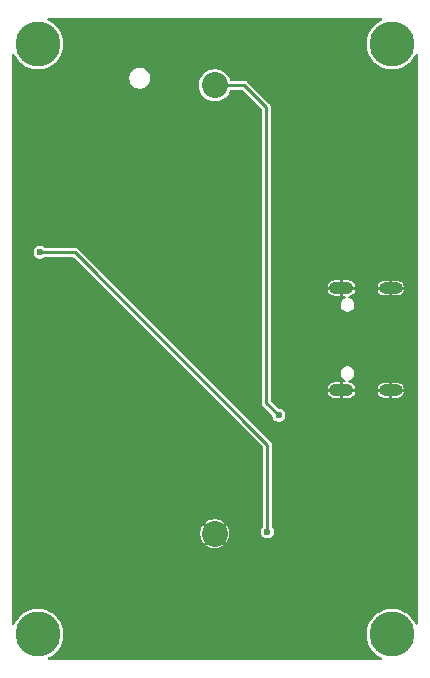
<source format=gbl>
G04 #@! TF.GenerationSoftware,KiCad,Pcbnew,9.0.2*
G04 #@! TF.CreationDate,2025-06-23T20:15:19+02:00*
G04 #@! TF.ProjectId,coral-ir,636f7261-6c2d-4697-922e-6b696361645f,rev?*
G04 #@! TF.SameCoordinates,Original*
G04 #@! TF.FileFunction,Copper,L2,Bot*
G04 #@! TF.FilePolarity,Positive*
%FSLAX46Y46*%
G04 Gerber Fmt 4.6, Leading zero omitted, Abs format (unit mm)*
G04 Created by KiCad (PCBNEW 9.0.2) date 2025-06-23 20:15:19*
%MOMM*%
%LPD*%
G01*
G04 APERTURE LIST*
G04 #@! TA.AperFunction,ComponentPad*
%ADD10C,2.600000*%
G04 #@! TD*
G04 #@! TA.AperFunction,ConnectorPad*
%ADD11C,3.800000*%
G04 #@! TD*
G04 #@! TA.AperFunction,ComponentPad*
%ADD12O,2.100000X1.050000*%
G04 #@! TD*
G04 #@! TA.AperFunction,ComponentPad*
%ADD13O,2.000000X1.000000*%
G04 #@! TD*
G04 #@! TA.AperFunction,ComponentPad*
%ADD14C,2.205000*%
G04 #@! TD*
G04 #@! TA.AperFunction,ViaPad*
%ADD15C,0.600000*%
G04 #@! TD*
G04 #@! TA.AperFunction,Conductor*
%ADD16C,0.254000*%
G04 #@! TD*
G04 APERTURE END LIST*
D10*
X92500000Y-42500000D03*
D11*
X92500000Y-42500000D03*
D10*
X122500000Y-92500000D03*
D11*
X122500000Y-92500000D03*
D10*
X92500000Y-92500000D03*
D11*
X92500000Y-92500000D03*
D12*
X118220000Y-71820000D03*
D13*
X122400000Y-71820000D03*
X122400000Y-63180000D03*
D12*
X118220000Y-63180000D03*
D10*
X122500000Y-42500000D03*
D11*
X122500000Y-42500000D03*
D14*
X107500000Y-83985000D03*
X107500000Y-46015000D03*
D15*
X101650000Y-81350000D03*
X98200000Y-81400000D03*
X115550000Y-66600000D03*
X99800000Y-79150000D03*
X99950000Y-83950000D03*
X109950000Y-86550000D03*
X109950000Y-89850000D03*
X96450000Y-79150000D03*
X117900000Y-73500000D03*
X112900000Y-73950000D03*
X111950000Y-83800000D03*
X92700000Y-60150000D03*
D16*
X112900000Y-73950000D02*
X111850000Y-72900000D01*
X111850000Y-72900000D02*
X111850000Y-47865000D01*
X111850000Y-47865000D02*
X110000000Y-46015000D01*
X110000000Y-46015000D02*
X107500000Y-46015000D01*
X111950000Y-76450000D02*
X95650000Y-60150000D01*
X111950000Y-83800000D02*
X111950000Y-76450000D01*
X95650000Y-60150000D02*
X92700000Y-60150000D01*
G04 #@! TA.AperFunction,Conductor*
G36*
X121614758Y-40320502D02*
G01*
X121661251Y-40374158D01*
X121671355Y-40444432D01*
X121641861Y-40509012D01*
X121594856Y-40542908D01*
X121579782Y-40549151D01*
X121545047Y-40563539D01*
X121545038Y-40563544D01*
X121300459Y-40704752D01*
X121076390Y-40876685D01*
X121076380Y-40876694D01*
X120876694Y-41076380D01*
X120876685Y-41076390D01*
X120704752Y-41300459D01*
X120563544Y-41545038D01*
X120563539Y-41545047D01*
X120455461Y-41805973D01*
X120382362Y-42078782D01*
X120345500Y-42358784D01*
X120345500Y-42641215D01*
X120382362Y-42921217D01*
X120455461Y-43194026D01*
X120563539Y-43454952D01*
X120563544Y-43454961D01*
X120704752Y-43699540D01*
X120876685Y-43923609D01*
X120876694Y-43923619D01*
X121076380Y-44123305D01*
X121076390Y-44123314D01*
X121076391Y-44123315D01*
X121300456Y-44295245D01*
X121545044Y-44436459D01*
X121805973Y-44544539D01*
X122078776Y-44617636D01*
X122078780Y-44617636D01*
X122078782Y-44617637D01*
X122150948Y-44627137D01*
X122358787Y-44654500D01*
X122358794Y-44654500D01*
X122641206Y-44654500D01*
X122641213Y-44654500D01*
X122894273Y-44621184D01*
X122921217Y-44617637D01*
X122921217Y-44617636D01*
X122921224Y-44617636D01*
X123194027Y-44544539D01*
X123454956Y-44436459D01*
X123699544Y-44295245D01*
X123923609Y-44123315D01*
X124123315Y-43923609D01*
X124295245Y-43699544D01*
X124436459Y-43454956D01*
X124457091Y-43405144D01*
X124501639Y-43349863D01*
X124569002Y-43327442D01*
X124637793Y-43345000D01*
X124686172Y-43396962D01*
X124699500Y-43453362D01*
X124699500Y-91546637D01*
X124679498Y-91614758D01*
X124625842Y-91661251D01*
X124555568Y-91671355D01*
X124490988Y-91641861D01*
X124457091Y-91594855D01*
X124436460Y-91545047D01*
X124436459Y-91545044D01*
X124295245Y-91300456D01*
X124123315Y-91076391D01*
X124123314Y-91076390D01*
X124123305Y-91076380D01*
X123923619Y-90876694D01*
X123923609Y-90876685D01*
X123699540Y-90704752D01*
X123454961Y-90563544D01*
X123454952Y-90563539D01*
X123336730Y-90514570D01*
X123194027Y-90455461D01*
X122921224Y-90382364D01*
X122921217Y-90382362D01*
X122641215Y-90345500D01*
X122641213Y-90345500D01*
X122358787Y-90345500D01*
X122358784Y-90345500D01*
X122078782Y-90382362D01*
X121805973Y-90455461D01*
X121545047Y-90563539D01*
X121545038Y-90563544D01*
X121300459Y-90704752D01*
X121076390Y-90876685D01*
X121076380Y-90876694D01*
X120876694Y-91076380D01*
X120876685Y-91076390D01*
X120704752Y-91300459D01*
X120563544Y-91545038D01*
X120563539Y-91545047D01*
X120455461Y-91805973D01*
X120382362Y-92078782D01*
X120345500Y-92358784D01*
X120345500Y-92641215D01*
X120382362Y-92921217D01*
X120455461Y-93194026D01*
X120563539Y-93454952D01*
X120563544Y-93454961D01*
X120704752Y-93699540D01*
X120876685Y-93923609D01*
X120876694Y-93923619D01*
X121076380Y-94123305D01*
X121076390Y-94123314D01*
X121076391Y-94123315D01*
X121300456Y-94295245D01*
X121545044Y-94436459D01*
X121594855Y-94457091D01*
X121650136Y-94501639D01*
X121672557Y-94569003D01*
X121654999Y-94637794D01*
X121603037Y-94686172D01*
X121546637Y-94699500D01*
X93453363Y-94699500D01*
X93385242Y-94679498D01*
X93338749Y-94625842D01*
X93328645Y-94555568D01*
X93358139Y-94490988D01*
X93405143Y-94457091D01*
X93454956Y-94436459D01*
X93699544Y-94295245D01*
X93923609Y-94123315D01*
X94123315Y-93923609D01*
X94295245Y-93699544D01*
X94436459Y-93454956D01*
X94544539Y-93194027D01*
X94617636Y-92921224D01*
X94654500Y-92641213D01*
X94654500Y-92358787D01*
X94617636Y-92078776D01*
X94544539Y-91805973D01*
X94436459Y-91545044D01*
X94295245Y-91300456D01*
X94123315Y-91076391D01*
X94123314Y-91076390D01*
X94123305Y-91076380D01*
X93923619Y-90876694D01*
X93923609Y-90876685D01*
X93699540Y-90704752D01*
X93454961Y-90563544D01*
X93454952Y-90563539D01*
X93336730Y-90514570D01*
X93194027Y-90455461D01*
X92921224Y-90382364D01*
X92921217Y-90382362D01*
X92641215Y-90345500D01*
X92641213Y-90345500D01*
X92358787Y-90345500D01*
X92358784Y-90345500D01*
X92078782Y-90382362D01*
X91805973Y-90455461D01*
X91545047Y-90563539D01*
X91545038Y-90563544D01*
X91300459Y-90704752D01*
X91076390Y-90876685D01*
X91076380Y-90876694D01*
X90876694Y-91076380D01*
X90876685Y-91076390D01*
X90704752Y-91300459D01*
X90563544Y-91545038D01*
X90563539Y-91545047D01*
X90542909Y-91594855D01*
X90498361Y-91650136D01*
X90430997Y-91672557D01*
X90362206Y-91654999D01*
X90313828Y-91603037D01*
X90300500Y-91546637D01*
X90300500Y-83888239D01*
X106270500Y-83888239D01*
X106270500Y-84081760D01*
X106300775Y-84272912D01*
X106360578Y-84456965D01*
X106448434Y-84629395D01*
X106448437Y-84629400D01*
X106544194Y-84761198D01*
X106544196Y-84761198D01*
X106898154Y-84407239D01*
X106929088Y-84453535D01*
X107031465Y-84555912D01*
X107077759Y-84586844D01*
X106723800Y-84940803D01*
X106723800Y-84940804D01*
X106855599Y-85036562D01*
X106855604Y-85036565D01*
X107028034Y-85124421D01*
X107212087Y-85184224D01*
X107403239Y-85214500D01*
X107596761Y-85214500D01*
X107787912Y-85184224D01*
X107971962Y-85124422D01*
X108144399Y-85036561D01*
X108144408Y-85036556D01*
X108276198Y-84940804D01*
X108276198Y-84940802D01*
X107922240Y-84586844D01*
X107968535Y-84555912D01*
X108070912Y-84453535D01*
X108101844Y-84407240D01*
X108455802Y-84761198D01*
X108455804Y-84761198D01*
X108551556Y-84629408D01*
X108551561Y-84629399D01*
X108639422Y-84456962D01*
X108699224Y-84272912D01*
X108729500Y-84081760D01*
X108729500Y-83888239D01*
X108699224Y-83697087D01*
X108639421Y-83513034D01*
X108551565Y-83340604D01*
X108551562Y-83340599D01*
X108455804Y-83208800D01*
X108455803Y-83208800D01*
X108101844Y-83562759D01*
X108070912Y-83516465D01*
X107968535Y-83414088D01*
X107922239Y-83383154D01*
X108276198Y-83029196D01*
X108276198Y-83029194D01*
X108144400Y-82933437D01*
X108144395Y-82933434D01*
X107971965Y-82845578D01*
X107787912Y-82785775D01*
X107596761Y-82755500D01*
X107403239Y-82755500D01*
X107212087Y-82785775D01*
X107028034Y-82845578D01*
X106855606Y-82933433D01*
X106723800Y-83029195D01*
X107077760Y-83383154D01*
X107031465Y-83414088D01*
X106929088Y-83516465D01*
X106898154Y-83562759D01*
X106544195Y-83208800D01*
X106448433Y-83340606D01*
X106360578Y-83513034D01*
X106300775Y-83697087D01*
X106270500Y-83888239D01*
X90300500Y-83888239D01*
X90300500Y-60076999D01*
X92145500Y-60076999D01*
X92145500Y-60223001D01*
X92178824Y-60347372D01*
X92183289Y-60364033D01*
X92256286Y-60490467D01*
X92256294Y-60490477D01*
X92359522Y-60593705D01*
X92359527Y-60593709D01*
X92359529Y-60593711D01*
X92359530Y-60593712D01*
X92359532Y-60593713D01*
X92485966Y-60666710D01*
X92485968Y-60666710D01*
X92485971Y-60666712D01*
X92626999Y-60704500D01*
X92627001Y-60704500D01*
X92772999Y-60704500D01*
X92773001Y-60704500D01*
X92914029Y-60666712D01*
X92914032Y-60666710D01*
X92914033Y-60666710D01*
X92977250Y-60630211D01*
X93040471Y-60593711D01*
X93040477Y-60593705D01*
X93065778Y-60568405D01*
X93128090Y-60534379D01*
X93154873Y-60531500D01*
X95439787Y-60531500D01*
X95507908Y-60551502D01*
X95528882Y-60568405D01*
X111531595Y-76571118D01*
X111565621Y-76633430D01*
X111568500Y-76660213D01*
X111568500Y-83345127D01*
X111548498Y-83413248D01*
X111531595Y-83434222D01*
X111506294Y-83459522D01*
X111506286Y-83459532D01*
X111433289Y-83585966D01*
X111433288Y-83585971D01*
X111395500Y-83726999D01*
X111395500Y-83873001D01*
X111399583Y-83888239D01*
X111433289Y-84014033D01*
X111506286Y-84140467D01*
X111506294Y-84140477D01*
X111609522Y-84243705D01*
X111609527Y-84243709D01*
X111609529Y-84243711D01*
X111609530Y-84243712D01*
X111609532Y-84243713D01*
X111735966Y-84316710D01*
X111735968Y-84316710D01*
X111735971Y-84316712D01*
X111876999Y-84354500D01*
X111877001Y-84354500D01*
X112022999Y-84354500D01*
X112023001Y-84354500D01*
X112164029Y-84316712D01*
X112164032Y-84316710D01*
X112164033Y-84316710D01*
X112239893Y-84272912D01*
X112290471Y-84243711D01*
X112393711Y-84140471D01*
X112466712Y-84014029D01*
X112504500Y-83873001D01*
X112504500Y-83726999D01*
X112466712Y-83585971D01*
X112466710Y-83585968D01*
X112466710Y-83585966D01*
X112393713Y-83459532D01*
X112393705Y-83459522D01*
X112368405Y-83434222D01*
X112334379Y-83371910D01*
X112331500Y-83345127D01*
X112331500Y-76399776D01*
X112331500Y-76399775D01*
X112305501Y-76302746D01*
X112305499Y-76302743D01*
X112305499Y-76302741D01*
X112255278Y-76215756D01*
X112255274Y-76215751D01*
X112184247Y-76144724D01*
X105850023Y-69810500D01*
X95884253Y-59844729D01*
X95884249Y-59844726D01*
X95884247Y-59844724D01*
X95852370Y-59826320D01*
X95797254Y-59794499D01*
X95700225Y-59768500D01*
X95700223Y-59768500D01*
X93154873Y-59768500D01*
X93086752Y-59748498D01*
X93065778Y-59731595D01*
X93040477Y-59706294D01*
X93040467Y-59706286D01*
X92914033Y-59633289D01*
X92897372Y-59628824D01*
X92773001Y-59595500D01*
X92626999Y-59595500D01*
X92540686Y-59618627D01*
X92485966Y-59633289D01*
X92359532Y-59706286D01*
X92359522Y-59706294D01*
X92256294Y-59809522D01*
X92256286Y-59809532D01*
X92183289Y-59935966D01*
X92183288Y-59935971D01*
X92145500Y-60076999D01*
X90300500Y-60076999D01*
X90300500Y-45332389D01*
X100240500Y-45332389D01*
X100240500Y-45332392D01*
X100240500Y-45507608D01*
X100274683Y-45679458D01*
X100341735Y-45841336D01*
X100439080Y-45987023D01*
X100562977Y-46110920D01*
X100708664Y-46208265D01*
X100870542Y-46275317D01*
X101042392Y-46309500D01*
X101042393Y-46309500D01*
X101217607Y-46309500D01*
X101217608Y-46309500D01*
X101389458Y-46275317D01*
X101551336Y-46208265D01*
X101697023Y-46110920D01*
X101820920Y-45987023D01*
X101873587Y-45908202D01*
X106143000Y-45908202D01*
X106143000Y-46121798D01*
X106176414Y-46332765D01*
X106242419Y-46535907D01*
X106339390Y-46726223D01*
X106464938Y-46899026D01*
X106464940Y-46899028D01*
X106464942Y-46899031D01*
X106615968Y-47050057D01*
X106615971Y-47050059D01*
X106615974Y-47050062D01*
X106788777Y-47175610D01*
X106979093Y-47272581D01*
X107182235Y-47338586D01*
X107393202Y-47372000D01*
X107393205Y-47372000D01*
X107606795Y-47372000D01*
X107606798Y-47372000D01*
X107817765Y-47338586D01*
X108020907Y-47272581D01*
X108211223Y-47175610D01*
X108384026Y-47050062D01*
X108535062Y-46899026D01*
X108660610Y-46726223D01*
X108757581Y-46535907D01*
X108774588Y-46483563D01*
X108814661Y-46424958D01*
X108880058Y-46397321D01*
X108894421Y-46396500D01*
X109789787Y-46396500D01*
X109857908Y-46416502D01*
X109878882Y-46433405D01*
X111431595Y-47986118D01*
X111465621Y-48048430D01*
X111468500Y-48075213D01*
X111468500Y-72950223D01*
X111468499Y-72950223D01*
X111494500Y-73047258D01*
X111544721Y-73134243D01*
X111544723Y-73134245D01*
X111544724Y-73134247D01*
X112308596Y-73898119D01*
X112342620Y-73960430D01*
X112345500Y-73987213D01*
X112345500Y-74023001D01*
X112378824Y-74147372D01*
X112383289Y-74164033D01*
X112456286Y-74290467D01*
X112456294Y-74290477D01*
X112559522Y-74393705D01*
X112559527Y-74393709D01*
X112559529Y-74393711D01*
X112559530Y-74393712D01*
X112559532Y-74393713D01*
X112685966Y-74466710D01*
X112685968Y-74466710D01*
X112685971Y-74466712D01*
X112826999Y-74504500D01*
X112827001Y-74504500D01*
X112972999Y-74504500D01*
X112973001Y-74504500D01*
X113114029Y-74466712D01*
X113114032Y-74466710D01*
X113114033Y-74466710D01*
X113177250Y-74430211D01*
X113240471Y-74393711D01*
X113343711Y-74290471D01*
X113416712Y-74164029D01*
X113454500Y-74023001D01*
X113454500Y-73876999D01*
X113416712Y-73735971D01*
X113416710Y-73735968D01*
X113416710Y-73735966D01*
X113343713Y-73609532D01*
X113343705Y-73609522D01*
X113240477Y-73506294D01*
X113240467Y-73506286D01*
X113114033Y-73433289D01*
X113097372Y-73428824D01*
X112973001Y-73395500D01*
X112972999Y-73395500D01*
X112937213Y-73395500D01*
X112869092Y-73375498D01*
X112848118Y-73358595D01*
X112268405Y-72778882D01*
X112234379Y-72716570D01*
X112231500Y-72689787D01*
X112231500Y-71692999D01*
X117055488Y-71692999D01*
X117055489Y-71693000D01*
X117396913Y-71693000D01*
X117390444Y-71704204D01*
X117370000Y-71780504D01*
X117370000Y-71859496D01*
X117390444Y-71935796D01*
X117396913Y-71947000D01*
X117055488Y-71947000D01*
X117068054Y-72010176D01*
X117068055Y-72010179D01*
X117117205Y-72128838D01*
X117188557Y-72235624D01*
X117188562Y-72235630D01*
X117279369Y-72326437D01*
X117279375Y-72326442D01*
X117386161Y-72397794D01*
X117504813Y-72446941D01*
X117504818Y-72446943D01*
X117630781Y-72471999D01*
X117630785Y-72472000D01*
X118093000Y-72472000D01*
X118093000Y-72120000D01*
X118347000Y-72120000D01*
X118347000Y-72472000D01*
X118809215Y-72472000D01*
X118809218Y-72471999D01*
X118935181Y-72446943D01*
X118935186Y-72446941D01*
X119053838Y-72397794D01*
X119160624Y-72326442D01*
X119160630Y-72326437D01*
X119251437Y-72235630D01*
X119251442Y-72235624D01*
X119322794Y-72128838D01*
X119371944Y-72010179D01*
X119371945Y-72010176D01*
X119384511Y-71947000D01*
X119043087Y-71947000D01*
X119049556Y-71935796D01*
X119070000Y-71859496D01*
X119070000Y-71780504D01*
X119049556Y-71704204D01*
X119043087Y-71693000D01*
X119384511Y-71693000D01*
X121285978Y-71693000D01*
X121726913Y-71693000D01*
X121720444Y-71704204D01*
X121700000Y-71780504D01*
X121700000Y-71859496D01*
X121720444Y-71935796D01*
X121726913Y-71947000D01*
X121285978Y-71947000D01*
X121297096Y-72002892D01*
X121344361Y-72116997D01*
X121412976Y-72219687D01*
X121412981Y-72219693D01*
X121500306Y-72307018D01*
X121500312Y-72307023D01*
X121603002Y-72375638D01*
X121717109Y-72422903D01*
X121717110Y-72422904D01*
X121838243Y-72446999D01*
X121838247Y-72447000D01*
X122273000Y-72447000D01*
X122273000Y-72120000D01*
X122527000Y-72120000D01*
X122527000Y-72447000D01*
X122961753Y-72447000D01*
X122961756Y-72446999D01*
X123082889Y-72422904D01*
X123082890Y-72422903D01*
X123196997Y-72375638D01*
X123299687Y-72307023D01*
X123299693Y-72307018D01*
X123387018Y-72219693D01*
X123387023Y-72219687D01*
X123455638Y-72116997D01*
X123502903Y-72002892D01*
X123514022Y-71947000D01*
X123073087Y-71947000D01*
X123079556Y-71935796D01*
X123100000Y-71859496D01*
X123100000Y-71780504D01*
X123079556Y-71704204D01*
X123073087Y-71693000D01*
X123514021Y-71693000D01*
X123502903Y-71637107D01*
X123455638Y-71523002D01*
X123387023Y-71420312D01*
X123387018Y-71420306D01*
X123299693Y-71332981D01*
X123299687Y-71332976D01*
X123196997Y-71264361D01*
X123082890Y-71217096D01*
X123082889Y-71217095D01*
X122961756Y-71193000D01*
X122527000Y-71193000D01*
X122527000Y-71520000D01*
X122273000Y-71520000D01*
X122273000Y-71193000D01*
X121838243Y-71193000D01*
X121717110Y-71217095D01*
X121717109Y-71217096D01*
X121603002Y-71264361D01*
X121500312Y-71332976D01*
X121500306Y-71332981D01*
X121412981Y-71420306D01*
X121412976Y-71420312D01*
X121344361Y-71523002D01*
X121297096Y-71637107D01*
X121285978Y-71693000D01*
X119384511Y-71693000D01*
X119384511Y-71692999D01*
X119371945Y-71629823D01*
X119371944Y-71629820D01*
X119322794Y-71511161D01*
X119251442Y-71404375D01*
X119251437Y-71404369D01*
X119160630Y-71313562D01*
X119160624Y-71313557D01*
X119053838Y-71242205D01*
X118935186Y-71193058D01*
X118935176Y-71193055D01*
X118906615Y-71187373D01*
X118843706Y-71154464D01*
X118808576Y-71092768D01*
X118812378Y-71021873D01*
X118853906Y-70964288D01*
X118898586Y-70942090D01*
X118943678Y-70930008D01*
X119075821Y-70853715D01*
X119183715Y-70745821D01*
X119260008Y-70613678D01*
X119299500Y-70466293D01*
X119299500Y-70313707D01*
X119260008Y-70166322D01*
X119183715Y-70034179D01*
X119183713Y-70034177D01*
X119183709Y-70034172D01*
X119075827Y-69926290D01*
X119075817Y-69926282D01*
X118943682Y-69849994D01*
X118943680Y-69849993D01*
X118943678Y-69849992D01*
X118796293Y-69810500D01*
X118643707Y-69810500D01*
X118496322Y-69849992D01*
X118496317Y-69849994D01*
X118364182Y-69926282D01*
X118364172Y-69926290D01*
X118256290Y-70034172D01*
X118256282Y-70034182D01*
X118179994Y-70166317D01*
X118179992Y-70166322D01*
X118140500Y-70313707D01*
X118140500Y-70466293D01*
X118179992Y-70613677D01*
X118179994Y-70613682D01*
X118256282Y-70745817D01*
X118256290Y-70745827D01*
X118364172Y-70853709D01*
X118364177Y-70853713D01*
X118364179Y-70853715D01*
X118496322Y-70930008D01*
X118496323Y-70930008D01*
X118501299Y-70932881D01*
X118550292Y-70984263D01*
X118563728Y-71053977D01*
X118537342Y-71119888D01*
X118479510Y-71161070D01*
X118438299Y-71168000D01*
X118347000Y-71168000D01*
X118347000Y-71520000D01*
X118093000Y-71520000D01*
X118093000Y-71168000D01*
X117630781Y-71168000D01*
X117504818Y-71193056D01*
X117504813Y-71193058D01*
X117386161Y-71242205D01*
X117279375Y-71313557D01*
X117279369Y-71313562D01*
X117188562Y-71404369D01*
X117188557Y-71404375D01*
X117117205Y-71511161D01*
X117068055Y-71629820D01*
X117068054Y-71629823D01*
X117055488Y-71692999D01*
X112231500Y-71692999D01*
X112231500Y-63052999D01*
X117055488Y-63052999D01*
X117055489Y-63053000D01*
X117396913Y-63053000D01*
X117390444Y-63064204D01*
X117370000Y-63140504D01*
X117370000Y-63219496D01*
X117390444Y-63295796D01*
X117396913Y-63307000D01*
X117055488Y-63307000D01*
X117068054Y-63370176D01*
X117068055Y-63370179D01*
X117117205Y-63488838D01*
X117188557Y-63595624D01*
X117188562Y-63595630D01*
X117279369Y-63686437D01*
X117279375Y-63686442D01*
X117386161Y-63757794D01*
X117504813Y-63806941D01*
X117504818Y-63806943D01*
X117630781Y-63831999D01*
X117630785Y-63832000D01*
X118093000Y-63832000D01*
X118093000Y-63480000D01*
X118347000Y-63480000D01*
X118347000Y-63832000D01*
X118438299Y-63832000D01*
X118506420Y-63852002D01*
X118552913Y-63905658D01*
X118563017Y-63975932D01*
X118533523Y-64040512D01*
X118501299Y-64067119D01*
X118496323Y-64069991D01*
X118496322Y-64069992D01*
X118496319Y-64069994D01*
X118364182Y-64146282D01*
X118364172Y-64146290D01*
X118256290Y-64254172D01*
X118256282Y-64254182D01*
X118179994Y-64386317D01*
X118179992Y-64386322D01*
X118140500Y-64533707D01*
X118140500Y-64686293D01*
X118179992Y-64833677D01*
X118179994Y-64833682D01*
X118256282Y-64965817D01*
X118256290Y-64965827D01*
X118364172Y-65073709D01*
X118364177Y-65073713D01*
X118364179Y-65073715D01*
X118496322Y-65150008D01*
X118643707Y-65189500D01*
X118643710Y-65189500D01*
X118796290Y-65189500D01*
X118796293Y-65189500D01*
X118943678Y-65150008D01*
X119075821Y-65073715D01*
X119183715Y-64965821D01*
X119260008Y-64833678D01*
X119299500Y-64686293D01*
X119299500Y-64533707D01*
X119260008Y-64386322D01*
X119183715Y-64254179D01*
X119183713Y-64254177D01*
X119183709Y-64254172D01*
X119075827Y-64146290D01*
X119075817Y-64146282D01*
X118943682Y-64069994D01*
X118943679Y-64069993D01*
X118943678Y-64069992D01*
X118943676Y-64069991D01*
X118943675Y-64069991D01*
X118932956Y-64067119D01*
X118898587Y-64057909D01*
X118837966Y-64020959D01*
X118806945Y-63957099D01*
X118815373Y-63886604D01*
X118860576Y-63831857D01*
X118906618Y-63812625D01*
X118935181Y-63806943D01*
X118935186Y-63806941D01*
X119053838Y-63757794D01*
X119160624Y-63686442D01*
X119160630Y-63686437D01*
X119251437Y-63595630D01*
X119251442Y-63595624D01*
X119322794Y-63488838D01*
X119371944Y-63370179D01*
X119371945Y-63370176D01*
X119384511Y-63307000D01*
X119043087Y-63307000D01*
X119049556Y-63295796D01*
X119070000Y-63219496D01*
X119070000Y-63140504D01*
X119049556Y-63064204D01*
X119043087Y-63053000D01*
X119384511Y-63053000D01*
X121285978Y-63053000D01*
X121726913Y-63053000D01*
X121720444Y-63064204D01*
X121700000Y-63140504D01*
X121700000Y-63219496D01*
X121720444Y-63295796D01*
X121726913Y-63307000D01*
X121285978Y-63307000D01*
X121297096Y-63362892D01*
X121344361Y-63476997D01*
X121412976Y-63579687D01*
X121412981Y-63579693D01*
X121500306Y-63667018D01*
X121500312Y-63667023D01*
X121603002Y-63735638D01*
X121717109Y-63782903D01*
X121717110Y-63782904D01*
X121838243Y-63806999D01*
X121838247Y-63807000D01*
X122273000Y-63807000D01*
X122273000Y-63480000D01*
X122527000Y-63480000D01*
X122527000Y-63807000D01*
X122961753Y-63807000D01*
X122961756Y-63806999D01*
X123082889Y-63782904D01*
X123082890Y-63782903D01*
X123196997Y-63735638D01*
X123299687Y-63667023D01*
X123299693Y-63667018D01*
X123387018Y-63579693D01*
X123387023Y-63579687D01*
X123455638Y-63476997D01*
X123502903Y-63362892D01*
X123514022Y-63307000D01*
X123073087Y-63307000D01*
X123079556Y-63295796D01*
X123100000Y-63219496D01*
X123100000Y-63140504D01*
X123079556Y-63064204D01*
X123073087Y-63053000D01*
X123514021Y-63053000D01*
X123502903Y-62997107D01*
X123455638Y-62883002D01*
X123387023Y-62780312D01*
X123387018Y-62780306D01*
X123299693Y-62692981D01*
X123299687Y-62692976D01*
X123196997Y-62624361D01*
X123082890Y-62577096D01*
X123082889Y-62577095D01*
X122961756Y-62553000D01*
X122527000Y-62553000D01*
X122527000Y-62880000D01*
X122273000Y-62880000D01*
X122273000Y-62553000D01*
X121838243Y-62553000D01*
X121717110Y-62577095D01*
X121717109Y-62577096D01*
X121603002Y-62624361D01*
X121500312Y-62692976D01*
X121500306Y-62692981D01*
X121412981Y-62780306D01*
X121412976Y-62780312D01*
X121344361Y-62883002D01*
X121297096Y-62997107D01*
X121285978Y-63053000D01*
X119384511Y-63053000D01*
X119384511Y-63052999D01*
X119371945Y-62989823D01*
X119371944Y-62989820D01*
X119322794Y-62871161D01*
X119251442Y-62764375D01*
X119251437Y-62764369D01*
X119160630Y-62673562D01*
X119160624Y-62673557D01*
X119053838Y-62602205D01*
X118935186Y-62553058D01*
X118935181Y-62553056D01*
X118809218Y-62528000D01*
X118347000Y-62528000D01*
X118347000Y-62880000D01*
X118093000Y-62880000D01*
X118093000Y-62528000D01*
X117630781Y-62528000D01*
X117504818Y-62553056D01*
X117504813Y-62553058D01*
X117386161Y-62602205D01*
X117279375Y-62673557D01*
X117279369Y-62673562D01*
X117188562Y-62764369D01*
X117188557Y-62764375D01*
X117117205Y-62871161D01*
X117068055Y-62989820D01*
X117068054Y-62989823D01*
X117055488Y-63052999D01*
X112231500Y-63052999D01*
X112231500Y-47814776D01*
X112231500Y-47814775D01*
X112205501Y-47717746D01*
X112205499Y-47717743D01*
X112205499Y-47717741D01*
X112155278Y-47630756D01*
X112155274Y-47630751D01*
X112084247Y-47559724D01*
X111250746Y-46726223D01*
X110234253Y-45709729D01*
X110234243Y-45709721D01*
X110181823Y-45679457D01*
X110181822Y-45679457D01*
X110147258Y-45659501D01*
X110147255Y-45659500D01*
X110147254Y-45659499D01*
X110147252Y-45659498D01*
X110147251Y-45659498D01*
X110121253Y-45652532D01*
X110050225Y-45633500D01*
X110050223Y-45633500D01*
X108894421Y-45633500D01*
X108826300Y-45613498D01*
X108779807Y-45559842D01*
X108774588Y-45546436D01*
X108761972Y-45507608D01*
X108757581Y-45494093D01*
X108660610Y-45303777D01*
X108535062Y-45130974D01*
X108535059Y-45130971D01*
X108535057Y-45130968D01*
X108384031Y-44979942D01*
X108384028Y-44979940D01*
X108384026Y-44979938D01*
X108211223Y-44854390D01*
X108020907Y-44757419D01*
X107817765Y-44691414D01*
X107606798Y-44658000D01*
X107393202Y-44658000D01*
X107182235Y-44691414D01*
X107182232Y-44691414D01*
X107182231Y-44691415D01*
X106979093Y-44757419D01*
X106979091Y-44757420D01*
X106788773Y-44854392D01*
X106615971Y-44979940D01*
X106615968Y-44979942D01*
X106464942Y-45130968D01*
X106464940Y-45130971D01*
X106339392Y-45303773D01*
X106242420Y-45494091D01*
X106242419Y-45494093D01*
X106188675Y-45659501D01*
X106176414Y-45697235D01*
X106143000Y-45908202D01*
X101873587Y-45908202D01*
X101918265Y-45841336D01*
X101985317Y-45679458D01*
X102019500Y-45507608D01*
X102019500Y-45332392D01*
X101985317Y-45160542D01*
X101918265Y-44998664D01*
X101820920Y-44852977D01*
X101697023Y-44729080D01*
X101551336Y-44631735D01*
X101389458Y-44564683D01*
X101217610Y-44530500D01*
X101217608Y-44530500D01*
X101042392Y-44530500D01*
X101042389Y-44530500D01*
X100870541Y-44564683D01*
X100870536Y-44564685D01*
X100708664Y-44631735D01*
X100562981Y-44729077D01*
X100562974Y-44729082D01*
X100439082Y-44852974D01*
X100439077Y-44852981D01*
X100341735Y-44998664D01*
X100274685Y-45160536D01*
X100274683Y-45160541D01*
X100240500Y-45332389D01*
X90300500Y-45332389D01*
X90300500Y-43453362D01*
X90320502Y-43385241D01*
X90374158Y-43338748D01*
X90444432Y-43328644D01*
X90509012Y-43358138D01*
X90542909Y-43405145D01*
X90562880Y-43453362D01*
X90563541Y-43454956D01*
X90563544Y-43454961D01*
X90704752Y-43699540D01*
X90876685Y-43923609D01*
X90876694Y-43923619D01*
X91076380Y-44123305D01*
X91076390Y-44123314D01*
X91076391Y-44123315D01*
X91300456Y-44295245D01*
X91545044Y-44436459D01*
X91805973Y-44544539D01*
X92078776Y-44617636D01*
X92078780Y-44617636D01*
X92078782Y-44617637D01*
X92150948Y-44627137D01*
X92358787Y-44654500D01*
X92358794Y-44654500D01*
X92641206Y-44654500D01*
X92641213Y-44654500D01*
X92894273Y-44621184D01*
X92921217Y-44617637D01*
X92921217Y-44617636D01*
X92921224Y-44617636D01*
X93194027Y-44544539D01*
X93454956Y-44436459D01*
X93699544Y-44295245D01*
X93923609Y-44123315D01*
X94123315Y-43923609D01*
X94295245Y-43699544D01*
X94436459Y-43454956D01*
X94544539Y-43194027D01*
X94617636Y-42921224D01*
X94654500Y-42641213D01*
X94654500Y-42358787D01*
X94617636Y-42078776D01*
X94544539Y-41805973D01*
X94436459Y-41545044D01*
X94295245Y-41300456D01*
X94123315Y-41076391D01*
X94123314Y-41076390D01*
X94123305Y-41076380D01*
X93923619Y-40876694D01*
X93923609Y-40876685D01*
X93699540Y-40704752D01*
X93454961Y-40563544D01*
X93454952Y-40563539D01*
X93429510Y-40553001D01*
X93405144Y-40542908D01*
X93349864Y-40498361D01*
X93327443Y-40430997D01*
X93345001Y-40362206D01*
X93396963Y-40313828D01*
X93453363Y-40300500D01*
X121546637Y-40300500D01*
X121614758Y-40320502D01*
G37*
G04 #@! TD.AperFunction*
M02*

</source>
